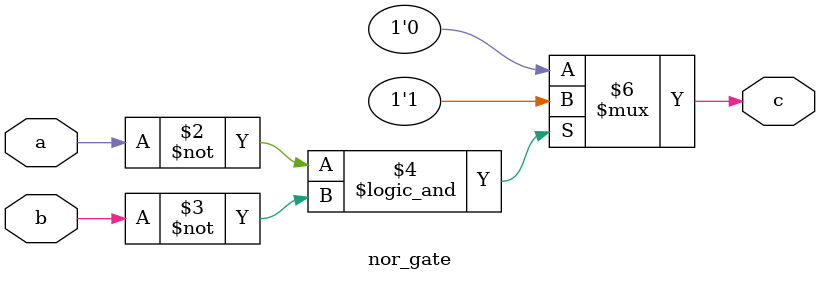
<source format=v>
module nor_gate (
    input a,b, output reg c
);

  always @(*) begin
    
    if (a==1'b0 && b==1'b0) begin
        c=1'b1;
    end else begin
        c=1'b0;
    end

  end

endmodule

// output is 0, when one of the input is 1
</source>
